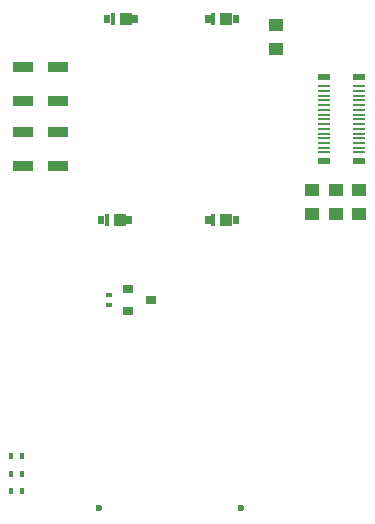
<source format=gts>
G04 #@! TF.FileFunction,Soldermask,Top*
%FSLAX46Y46*%
G04 Gerber Fmt 4.6, Leading zero omitted, Abs format (unit mm)*
G04 Created by KiCad (PCBNEW 4.0.6) date Mon Apr 10 16:51:52 2017*
%MOMM*%
%LPD*%
G01*
G04 APERTURE LIST*
%ADD10C,0.100000*%
%ADD11R,1.250000X1.000000*%
%ADD12R,1.000000X0.240000*%
%ADD13R,1.000000X0.500000*%
%ADD14R,1.020000X1.140000*%
%ADD15R,0.630000X0.800000*%
%ADD16R,0.300000X1.140000*%
%ADD17R,0.600000X0.800000*%
%ADD18C,0.600000*%
%ADD19R,0.900000X0.800000*%
%ADD20R,1.700000X0.900000*%
%ADD21R,0.600000X0.400000*%
%ADD22R,0.400000X0.600000*%
G04 APERTURE END LIST*
D10*
D11*
X84000000Y-55000000D03*
X84000000Y-57000000D03*
X82000000Y-55000000D03*
X82000000Y-57000000D03*
X79000000Y-43000000D03*
X79000000Y-41000000D03*
D12*
X86000000Y-51800000D03*
X83000000Y-51800000D03*
X86000000Y-51400000D03*
X83000000Y-51400000D03*
X86000000Y-51000000D03*
X83000000Y-51000000D03*
X86000000Y-50600000D03*
X83000000Y-50600000D03*
X86000000Y-50200000D03*
X83000000Y-50200000D03*
X86000000Y-49800000D03*
X83000000Y-49800000D03*
X86000000Y-49400000D03*
X83000000Y-49400000D03*
X86000000Y-49000000D03*
X83000000Y-49000000D03*
X86000000Y-48600000D03*
X83000000Y-48600000D03*
X86000000Y-48200000D03*
X83000000Y-48200000D03*
X86000000Y-47800000D03*
X83000000Y-47800000D03*
X86000000Y-47400000D03*
X83000000Y-47400000D03*
X86000000Y-47000000D03*
X83000000Y-47000000D03*
X86000000Y-46600000D03*
X83000000Y-46600000D03*
X86000000Y-46200000D03*
X83000000Y-46200000D03*
D13*
X83000000Y-52550000D03*
X86000000Y-52550000D03*
X83000000Y-45450000D03*
X86000000Y-45450000D03*
D14*
X65730000Y-57500000D03*
D15*
X66555000Y-57500000D03*
D16*
X64620000Y-57500000D03*
D17*
X64170000Y-57500000D03*
D14*
X74730000Y-57500000D03*
D15*
X75555000Y-57500000D03*
D16*
X73620000Y-57500000D03*
D17*
X73170000Y-57500000D03*
D14*
X74730000Y-40500000D03*
D15*
X75555000Y-40500000D03*
D16*
X73620000Y-40500000D03*
D17*
X73170000Y-40500000D03*
D14*
X66230000Y-40500000D03*
D15*
X67055000Y-40500000D03*
D16*
X65120000Y-40500000D03*
D17*
X64670000Y-40500000D03*
D18*
X76000000Y-81900000D03*
X64000000Y-81900000D03*
D19*
X66400000Y-63350000D03*
X66400000Y-65250000D03*
X68400000Y-64300000D03*
D20*
X57500000Y-50050000D03*
X57500000Y-52950000D03*
D21*
X64800000Y-63850000D03*
X64800000Y-64750000D03*
D20*
X60500000Y-50050000D03*
X60500000Y-52950000D03*
X60500000Y-47450000D03*
X60500000Y-44550000D03*
X57500000Y-47450000D03*
X57500000Y-44550000D03*
D11*
X86000000Y-55000000D03*
X86000000Y-57000000D03*
D22*
X56550000Y-80500000D03*
X57450000Y-80500000D03*
X56550000Y-77500000D03*
X57450000Y-77500000D03*
X56550000Y-79000000D03*
X57450000Y-79000000D03*
M02*

</source>
